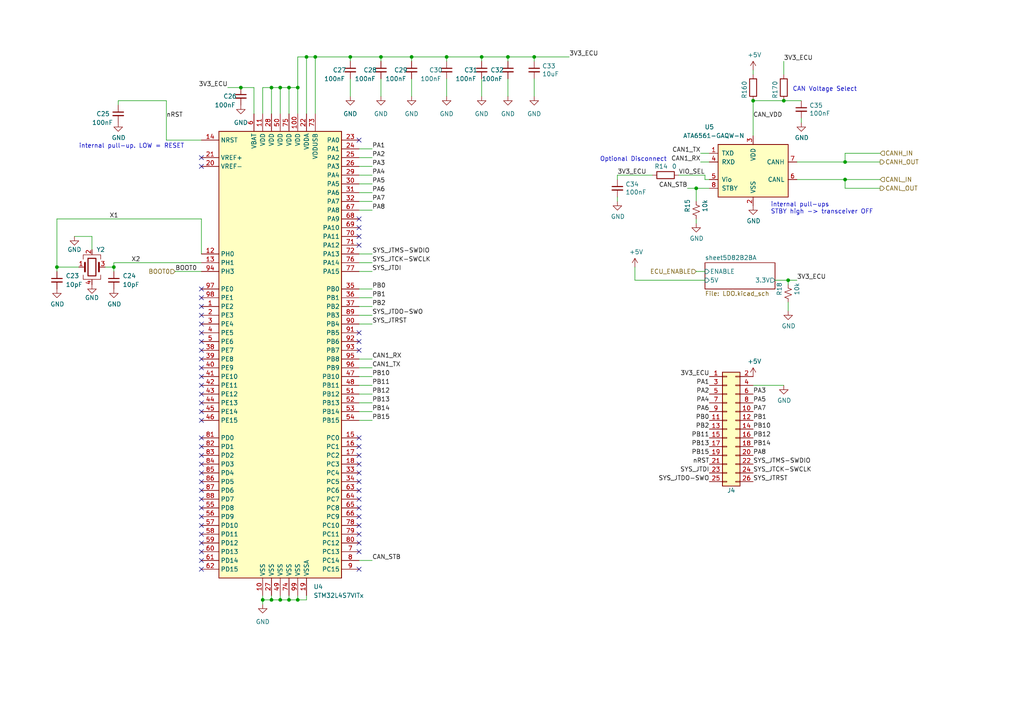
<source format=kicad_sch>
(kicad_sch (version 20211123) (generator eeschema)
  (paper "A4")
  (title_block (title "RAMN: Resistant Automotive Miniature Network V1.0") (date "2022-09-30") (rev "100Pin Variant") (company "Copyright (c) 2021 TOYOTA MOTOR CORPORATION. ALL RIGHTS RESERVED.") (comment 3 "License: CC BY-SA 4.0") (comment 4 "https://github.com/toyotainfotech/ramn"))
  (lib_symbols
    (symbol "Connector_Generic:Conn_02x13_Odd_Even" (pin_names (offset 1.016) hide)
      (property "Reference" "J" (at 1.27 17.78 0))
      (property "Value" "Conn_02x13_Odd_Even" (at 1.27 -17.78 0))
      (symbol "Conn_02x13_Odd_Even_1_1"
        (rectangle (start -1.27 -15.113) (end 0 -15.367) (stroke (width 0.1524)))
        (rectangle (start -1.27 -12.573) (end 0 -12.827) (stroke (width 0.1524)))
        (rectangle (start -1.27 -10.033) (end 0 -10.287) (stroke (width 0.1524)))
        (rectangle (start -1.27 -7.493) (end 0 -7.747) (stroke (width 0.1524)))
        (rectangle (start -1.27 -4.953) (end 0 -5.207) (stroke (width 0.1524)))
        (rectangle (start -1.27 -2.413) (end 0 -2.667) (stroke (width 0.1524)))
        (rectangle (start -1.27 0.127) (end 0 -0.127) (stroke (width 0.1524)))
        (rectangle (start -1.27 2.667) (end 0 2.413) (stroke (width 0.1524)))
        (rectangle (start -1.27 5.207) (end 0 4.953) (stroke (width 0.1524)))
        (rectangle (start -1.27 7.747) (end 0 7.493) (stroke (width 0.1524)))
        (rectangle (start -1.27 10.287) (end 0 10.033) (stroke (width 0.1524)))
        (rectangle (start -1.27 12.827) (end 0 12.573) (stroke (width 0.1524)))
        (rectangle (start -1.27 15.367) (end 0 15.113) (stroke (width 0.1524)))
        (rectangle (start -1.27 16.51) (end 3.81 -16.51) (stroke (width 0.254)) (fill (type background)))
        (rectangle (start 3.81 -15.113) (end 2.54 -15.367) (stroke (width 0.1524)))
        (rectangle (start 3.81 -12.573) (end 2.54 -12.827) (stroke (width 0.1524)))
        (rectangle (start 3.81 -10.033) (end 2.54 -10.287) (stroke (width 0.1524)))
        (rectangle (start 3.81 -7.493) (end 2.54 -7.747) (stroke (width 0.1524)))
        (rectangle (start 3.81 -4.953) (end 2.54 -5.207) (stroke (width 0.1524)))
        (rectangle (start 3.81 -2.413) (end 2.54 -2.667) (stroke (width 0.1524)))
        (rectangle (start 3.81 0.127) (end 2.54 -0.127) (stroke (width 0.1524)))
        (rectangle (start 3.81 2.667) (end 2.54 2.413) (stroke (width 0.1524)))
        (rectangle (start 3.81 5.207) (end 2.54 4.953) (stroke (width 0.1524)))
        (rectangle (start 3.81 7.747) (end 2.54 7.493) (stroke (width 0.1524)))
        (rectangle (start 3.81 10.287) (end 2.54 10.033) (stroke (width 0.1524)))
        (rectangle (start 3.81 12.827) (end 2.54 12.573) (stroke (width 0.1524)))
        (rectangle (start 3.81 15.367) (end 2.54 15.113) (stroke (width 0.1524)))
        (pin passive line (at -5.08 15.24 0) (length 3.81) (name "Pin_1") (number "1"))
        (pin passive line (at 7.62 5.08 180) (length 3.81) (name "Pin_10") (number "10"))
        (pin passive line (at -5.08 2.54 0) (length 3.81) (name "Pin_11") (number "11"))
        (pin passive line (at 7.62 2.54 180) (length 3.81) (name "Pin_12") (number "12"))
        (pin passive line (at -5.08 0 0) (length 3.81) (name "Pin_13") (number "13"))
        (pin passive line (at 7.62 0 180) (length 3.81) (name "Pin_14") (number "14"))
        (pin passive line (at -5.08 -2.54 0) (length 3.81) (name "Pin_15") (number "15"))
        (pin passive line (at 7.62 -2.54 180) (length 3.81) (name "Pin_16") (number "16"))
        (pin passive line (at -5.08 -5.08 0) (length 3.81) (name "Pin_17") (number "17"))
        (pin passive line (at 7.62 -5.08 180) (length 3.81) (name "Pin_18") (number "18"))
        (pin passive line (at -5.08 -7.62 0) (length 3.81) (name "Pin_19") (number "19"))
        (pin passive line (at 7.62 15.24 180) (length 3.81) (name "Pin_2") (number "2"))
        (pin passive line (at 7.62 -7.62 180) (length 3.81) (name "Pin_20") (number "20"))
        (pin passive line (at -5.08 -10.16 0) (length 3.81) (name "Pin_21") (number "21"))
        (pin passive line (at 7.62 -10.16 180) (length 3.81) (name "Pin_22") (number "22"))
        (pin passive line (at -5.08 -12.7 0) (length 3.81) (name "Pin_23") (number "23"))
        (pin passive line (at 7.62 -12.7 180) (length 3.81) (name "Pin_24") (number "24"))
        (pin passive line (at -5.08 -15.24 0) (length 3.81) (name "Pin_25") (number "25"))
        (pin passive line (at 7.62 -15.24 180) (length 3.81) (name "Pin_26") (number "26"))
        (pin passive line (at -5.08 12.7 0) (length 3.81) (name "Pin_3") (number "3"))
        (pin passive line (at 7.62 12.7 180) (length 3.81) (name "Pin_4") (number "4"))
        (pin passive line (at -5.08 10.16 0) (length 3.81) (name "Pin_5") (number "5"))
        (pin passive line (at 7.62 10.16 180) (length 3.81) (name "Pin_6") (number "6"))
        (pin passive line (at -5.08 7.62 0) (length 3.81) (name "Pin_7") (number "7"))
        (pin passive line (at 7.62 7.62 180) (length 3.81) (name "Pin_8") (number "8"))
        (pin passive line (at -5.08 5.08 0) (length 3.81) (name "Pin_9") (number "9"))
      )
    )
    (symbol "Device:C_Small" (pin_numbers hide) (pin_names (offset 0.254) hide)
      (property "Reference" "C" (at 0.254 1.778 0))
      (property "Value" "C_Small" (at 0.254 -2.032 0))
      (symbol "C_Small_0_1"
        (polyline (pts (xy -1.524 -0.508) (xy 1.524 -0.508)) (stroke (width 0.3302)))
        (polyline (pts (xy -1.524 0.508) (xy 1.524 0.508)) (stroke (width 0.3048)))
      )
      (symbol "C_Small_1_1"
        (pin passive line (at 0 2.54 270) (length 2.032) (name "~") (number "1"))
        (pin passive line (at 0 -2.54 90) (length 2.032) (name "~") (number "2"))
      )
    )
    (symbol "Device:Crystal_GND24" (pin_names (offset 1.016) hide)
      (property "Reference" "Y" (at 3.175 5.08 0))
      (property "Value" "Crystal_GND24" (at 3.175 3.175 0))
      (symbol "Crystal_GND24_0_1"
        (rectangle (start -1.143 2.54) (end 1.143 -2.54) (stroke (width 0.3048)))
        (polyline (pts (xy -2.54 0) (xy -2.032 0)))
        (polyline (pts (xy -2.032 -1.27) (xy -2.032 1.27)) (stroke (width 0.508)))
        (polyline (pts (xy 0 -3.81) (xy 0 -3.556)))
        (polyline (pts (xy 0 3.556) (xy 0 3.81)))
        (polyline (pts (xy 2.032 -1.27) (xy 2.032 1.27)) (stroke (width 0.508)))
        (polyline (pts (xy 2.032 0) (xy 2.54 0)))
        (polyline (pts (xy -2.54 -2.286) (xy -2.54 -3.556) (xy 2.54 -3.556) (xy 2.54 -2.286)))
        (polyline (pts (xy -2.54 2.286) (xy -2.54 3.556) (xy 2.54 3.556) (xy 2.54 2.286)))
      )
      (symbol "Crystal_GND24_1_1"
        (pin passive line (at -3.81 0 0) (length 1.27) (name "1") (number "1"))
        (pin passive line (at 0 5.08 270) (length 1.27) (name "2") (number "2"))
        (pin passive line (at 3.81 0 180) (length 1.27) (name "3") (number "3"))
        (pin passive line (at 0 -5.08 90) (length 1.27) (name "4") (number "4"))
      )
    )
    (symbol "Device:R" (pin_numbers hide) (pin_names (offset 0))
      (property "Reference" "R" (at 2.032 0 90))
      (property "Value" "R" (at 0 0 90))
      (symbol "R_0_1"
        (rectangle (start -1.016 -2.54) (end 1.016 2.54) (stroke (width 0.254)))
      )
      (symbol "R_1_1"
        (pin passive line (at 0 3.81 270) (length 1.27) (name "~") (number "1"))
        (pin passive line (at 0 -3.81 90) (length 1.27) (name "~") (number "2"))
      )
    )
    (symbol "Device:R_Small_US" (pin_numbers hide) (pin_names (offset 0.254) hide)
      (property "Reference" "R" (at 0.762 0.508 0))
      (property "Value" "R_Small_US" (at 0.762 -1.016 0))
      (symbol "R_Small_US_1_1"
        (polyline (pts (xy 0 0) (xy 1.016 -0.381) (xy 0 -0.762) (xy -1.016 -1.143) (xy 0 -1.524)))
        (polyline (pts (xy 0 1.524) (xy 1.016 1.143) (xy 0 0.762) (xy -1.016 0.381) (xy 0 0)))
        (pin passive line (at 0 2.54 270) (length 1.016) (name "~") (number "1"))
        (pin passive line (at 0 -2.54 90) (length 1.016) (name "~") (number "2"))
      )
    )
    (symbol "Interface_CAN_LIN:MCP2562-E-SN" (pin_names (offset 1.016))
      (property "Reference" "U" (at -10.16 8.89 0))
      (property "Value" "MCP2562-E-SN" (at 2.54 8.89 0))
      (symbol "MCP2562-E-SN_0_1"
        (rectangle (start -10.16 7.62) (end 10.16 -7.62) (stroke (width 0.254)) (fill (type background)))
      )
      (symbol "MCP2562-E-SN_1_1"
        (pin input line (at -12.7 5.08 0) (length 2.54) (name "TXD") (number "1"))
        (pin power_in line (at 0 -10.16 90) (length 2.54) (name "VSS") (number "2"))
        (pin power_in line (at 0 10.16 270) (length 2.54) (name "VDD") (number "3"))
        (pin output line (at -12.7 2.54 0) (length 2.54) (name "RXD") (number "4"))
        (pin power_in line (at -12.7 -2.54 0) (length 2.54) (name "Vio") (number "5"))
        (pin bidirectional line (at 12.7 -2.54 180) (length 2.54) (name "CANL") (number "6"))
        (pin bidirectional line (at 12.7 2.54 180) (length 2.54) (name "CANH") (number "7"))
        (pin input line (at -12.7 -5.08 0) (length 2.54) (name "STBY") (number "8"))
      )
    )
    (symbol "MCU_ST_STM32L4+:STM32L4S7VITx"
      (property "Reference" "U" (at -17.78 64.77 0))
      (property "Value" "STM32L4S7VITx" (at 12.7 64.77 0))
      (symbol "STM32L4S7VITx_0_1"
        (rectangle (start -17.78 -66.04) (end 17.78 63.5) (stroke (width 0.254)) (fill (type background)))
      )
      (symbol "STM32L4S7VITx_1_1"
        (pin bidirectional line (at -22.86 12.7 0) (length 5.08) (name "PE2") (number "1"))
        (pin power_in line (at -5.08 -71.12 90) (length 5.08) (name "VSS") (number "10"))
        (pin power_in line (at 5.08 68.58 270) (length 5.08) (name "VDD") (number "100"))
        (pin power_in line (at -5.08 68.58 270) (length 5.08) (name "VDD") (number "11"))
        (pin input line (at -22.86 27.94 0) (length 5.08) (name "PH0") (number "12"))
        (pin input line (at -22.86 25.4 0) (length 5.08) (name "PH1") (number "13"))
        (pin input line (at -22.86 60.96 0) (length 5.08) (name "NRST") (number "14"))
        (pin bidirectional line (at 22.86 -25.4 180) (length 5.08) (name "PC0") (number "15"))
        (pin bidirectional line (at 22.86 -27.94 180) (length 5.08) (name "PC1") (number "16"))
        (pin bidirectional line (at 22.86 -30.48 180) (length 5.08) (name "PC2") (number "17"))
        (pin bidirectional line (at 22.86 -33.02 180) (length 5.08) (name "PC3") (number "18"))
        (pin power_in line (at 7.62 -71.12 90) (length 5.08) (name "VSSA") (number "19"))
        (pin bidirectional line (at -22.86 10.16 0) (length 5.08) (name "PE3") (number "2"))
        (pin power_in line (at -22.86 53.34 0) (length 5.08) (name "VREF-") (number "20"))
        (pin bidirectional line (at -22.86 55.88 0) (length 5.08) (name "VREF+") (number "21"))
        (pin power_in line (at 7.62 68.58 270) (length 5.08) (name "VDDA") (number "22"))
        (pin bidirectional line (at 22.86 60.96 180) (length 5.08) (name "PA0") (number "23"))
        (pin bidirectional line (at 22.86 58.42 180) (length 5.08) (name "PA1") (number "24"))
        (pin bidirectional line (at 22.86 55.88 180) (length 5.08) (name "PA2") (number "25"))
        (pin bidirectional line (at 22.86 53.34 180) (length 5.08) (name "PA3") (number "26"))
        (pin power_in line (at -2.54 -71.12 90) (length 5.08) (name "VSS") (number "27"))
        (pin power_in line (at -2.54 68.58 270) (length 5.08) (name "VDD") (number "28"))
        (pin bidirectional line (at 22.86 50.8 180) (length 5.08) (name "PA4") (number "29"))
        (pin bidirectional line (at -22.86 7.62 0) (length 5.08) (name "PE4") (number "3"))
        (pin bidirectional line (at 22.86 48.26 180) (length 5.08) (name "PA5") (number "30"))
        (pin bidirectional line (at 22.86 45.72 180) (length 5.08) (name "PA6") (number "31"))
        (pin bidirectional line (at 22.86 43.18 180) (length 5.08) (name "PA7") (number "32"))
        (pin bidirectional line (at 22.86 -35.56 180) (length 5.08) (name "PC4") (number "33"))
        (pin bidirectional line (at 22.86 -38.1 180) (length 5.08) (name "PC5") (number "34"))
        (pin bidirectional line (at 22.86 17.78 180) (length 5.08) (name "PB0") (number "35"))
        (pin bidirectional line (at 22.86 15.24 180) (length 5.08) (name "PB1") (number "36"))
        (pin bidirectional line (at 22.86 12.7 180) (length 5.08) (name "PB2") (number "37"))
        (pin bidirectional line (at -22.86 0 0) (length 5.08) (name "PE7") (number "38"))
        (pin bidirectional line (at -22.86 -2.54 0) (length 5.08) (name "PE8") (number "39"))
        (pin bidirectional line (at -22.86 5.08 0) (length 5.08) (name "PE5") (number "4"))
        (pin bidirectional line (at -22.86 -5.08 0) (length 5.08) (name "PE9") (number "40"))
        (pin bidirectional line (at -22.86 -7.62 0) (length 5.08) (name "PE10") (number "41"))
        (pin bidirectional line (at -22.86 -10.16 0) (length 5.08) (name "PE11") (number "42"))
        (pin bidirectional line (at -22.86 -12.7 0) (length 5.08) (name "PE12") (number "43"))
        (pin bidirectional line (at -22.86 -15.24 0) (length 5.08) (name "PE13") (number "44"))
        (pin bidirectional line (at -22.86 -17.78 0) (length 5.08) (name "PE14") (number "45"))
        (pin bidirectional line (at -22.86 -20.32 0) (length 5.08) (name "PE15") (number "46"))
        (pin bidirectional line (at 22.86 -7.62 180) (length 5.08) (name "PB10") (number "47"))
        (pin bidirectional line (at 22.86 -10.16 180) (length 5.08) (name "PB11") (number "48"))
        (pin power_in line (at 0 -71.12 90) (length 5.08) (name "VSS") (number "49"))
        (pin bidirectional line (at -22.86 2.54 0) (length 5.08) (name "PE6") (number "5"))
        (pin power_in line (at 0 68.58 270) (length 5.08) (name "VDD") (number "50"))
        (pin bidirectional line (at 22.86 -12.7 180) (length 5.08) (name "PB12") (number "51"))
        (pin bidirectional line (at 22.86 -15.24 180) (length 5.08) (name "PB13") (number "52"))
        (pin bidirectional line (at 22.86 -17.78 180) (length 5.08) (name "PB14") (number "53"))
        (pin bidirectional line (at 22.86 -20.32 180) (length 5.08) (name "PB15") (number "54"))
        (pin bidirectional line (at -22.86 -45.72 0) (length 5.08) (name "PD8") (number "55"))
        (pin bidirectional line (at -22.86 -48.26 0) (length 5.08) (name "PD9") (number "56"))
        (pin bidirectional line (at -22.86 -50.8 0) (length 5.08) (name "PD10") (number "57"))
        (pin bidirectional line (at -22.86 -53.34 0) (length 5.08) (name "PD11") (number "58"))
        (pin bidirectional line (at -22.86 -55.88 0) (length 5.08) (name "PD12") (number "59"))
        (pin power_in line (at -7.62 68.58 270) (length 5.08) (name "VBAT") (number "6"))
        (pin bidirectional line (at -22.86 -58.42 0) (length 5.08) (name "PD13") (number "60"))
        (pin bidirectional line (at -22.86 -60.96 0) (length 5.08) (name "PD14") (number "61"))
        (pin bidirectional line (at -22.86 -63.5 0) (length 5.08) (name "PD15") (number "62"))
        (pin bidirectional line (at 22.86 -40.64 180) (length 5.08) (name "PC6") (number "63"))
        (pin bidirectional line (at 22.86 -43.18 180) (length 5.08) (name "PC7") (number "64"))
        (pin bidirectional line (at 22.86 -45.72 180) (length 5.08) (name "PC8") (number "65"))
        (pin bidirectional line (at 22.86 -48.26 180) (length 5.08) (name "PC9") (number "66"))
        (pin bidirectional line (at 22.86 40.64 180) (length 5.08) (name "PA8") (number "67"))
        (pin bidirectional line (at 22.86 38.1 180) (length 5.08) (name "PA9") (number "68"))
        (pin bidirectional line (at 22.86 35.56 180) (length 5.08) (name "PA10") (number "69"))
        (pin bidirectional line (at 22.86 -58.42 180) (length 5.08) (name "PC13") (number "7"))
        (pin bidirectional line (at 22.86 33.02 180) (length 5.08) (name "PA11") (number "70"))
        (pin bidirectional line (at 22.86 30.48 180) (length 5.08) (name "PA12") (number "71"))
        (pin bidirectional line (at 22.86 27.94 180) (length 5.08) (name "PA13") (number "72"))
        (pin power_in line (at 10.16 68.58 270) (length 5.08) (name "VDDUSB") (number "73"))
        (pin power_in line (at 2.54 -71.12 90) (length 5.08) (name "VSS") (number "74"))
        (pin power_in line (at 2.54 68.58 270) (length 5.08) (name "VDD") (number "75"))
        (pin bidirectional line (at 22.86 25.4 180) (length 5.08) (name "PA14") (number "76"))
        (pin bidirectional line (at 22.86 22.86 180) (length 5.08) (name "PA15") (number "77"))
        (pin bidirectional line (at 22.86 -50.8 180) (length 5.08) (name "PC10") (number "78"))
        (pin bidirectional line (at 22.86 -53.34 180) (length 5.08) (name "PC11") (number "79"))
        (pin bidirectional line (at 22.86 -60.96 180) (length 5.08) (name "PC14") (number "8"))
        (pin bidirectional line (at 22.86 -55.88 180) (length 5.08) (name "PC12") (number "80"))
        (pin bidirectional line (at -22.86 -25.4 0) (length 5.08) (name "PD0") (number "81"))
        (pin bidirectional line (at -22.86 -27.94 0) (length 5.08) (name "PD1") (number "82"))
        (pin bidirectional line (at -22.86 -30.48 0) (length 5.08) (name "PD2") (number "83"))
        (pin bidirectional line (at -22.86 -33.02 0) (length 5.08) (name "PD3") (number "84"))
        (pin bidirectional line (at -22.86 -35.56 0) (length 5.08) (name "PD4") (number "85"))
        (pin bidirectional line (at -22.86 -38.1 0) (length 5.08) (name "PD5") (number "86"))
        (pin bidirectional line (at -22.86 -40.64 0) (length 5.08) (name "PD6") (number "87"))
        (pin bidirectional line (at -22.86 -43.18 0) (length 5.08) (name "PD7") (number "88"))
        (pin bidirectional line (at 22.86 10.16 180) (length 5.08) (name "PB3") (number "89"))
        (pin bidirectional line (at 22.86 -63.5 180) (length 5.08) (name "PC15") (number "9"))
        (pin bidirectional line (at 22.86 7.62 180) (length 5.08) (name "PB4") (number "90"))
        (pin bidirectional line (at 22.86 5.08 180) (length 5.08) (name "PB5") (number "91"))
        (pin bidirectional line (at 22.86 2.54 180) (length 5.08) (name "PB6") (number "92"))
        (pin bidirectional line (at 22.86 0 180) (length 5.08) (name "PB7") (number "93"))
        (pin bidirectional line (at -22.86 22.86 0) (length 5.08) (name "PH3") (number "94"))
        (pin bidirectional line (at 22.86 -2.54 180) (length 5.08) (name "PB8") (number "95"))
        (pin bidirectional line (at 22.86 -5.08 180) (length 5.08) (name "PB9") (number "96"))
        (pin bidirectional line (at -22.86 17.78 0) (length 5.08) (name "PE0") (number "97"))
        (pin bidirectional line (at -22.86 15.24 0) (length 5.08) (name "PE1") (number "98"))
        (pin power_in line (at 5.08 -71.12 90) (length 5.08) (name "VSS") (number "99"))
      )
    )
    (symbol "power:+5V" (power) (pin_names (offset 0))
      (property "Value" "+5V" (at 0 3.556 0))
      (symbol "+5V_0_1"
        (polyline (pts (xy -0.762 1.27) (xy 0 2.54)))
        (polyline (pts (xy 0 0) (xy 0 2.54)))
        (polyline (pts (xy 0 2.54) (xy 0.762 1.27)))
      )
      (symbol "+5V_1_1"
        (pin power_in line (at 0 0 90) (length 0) hide (name "+5V") (number "1"))
      )
    )
    (symbol "power:GND" (power) (pin_names (offset 0))
      (property "Value" "GND" (at 0 -3.81 0))
      (symbol "GND_0_1"
        (polyline (pts (xy 0 0) (xy 0 -1.27) (xy 1.27 -1.27) (xy 0 -2.54) (xy -1.27 -1.27) (xy 0 -1.27)))
      )
      (symbol "GND_1_1"
        (pin power_in line (at 0 0 270) (length 0) hide (name "GND") (number "1"))
      )
    )
  )
  (junction (at 86.36 173.99))
  (junction (at 81.28 25.4))
  (junction (at 78.74 25.4))
  (junction (at 81.28 173.99))
  (junction (at 147.32 16.51))
  (junction (at 201.93 54.61))
  (junction (at 139.7 16.51))
  (junction (at 33.02 77.47))
  (junction (at 91.44 16.51))
  (junction (at 83.82 25.4))
  (junction (at 83.82 173.99))
  (junction (at 154.94 16.51))
  (junction (at 218.44 29.21))
  (junction (at 86.36 25.4))
  (junction (at 119.38 16.51))
  (junction (at 227.33 29.21))
  (junction (at 245.11 52.07))
  (junction (at 129.54 16.51))
  (junction (at 110.49 16.51))
  (junction (at 76.2 173.99))
  (junction (at 228.6 81.28))
  (junction (at 16.51 77.47))
  (junction (at 245.11 46.99))
  (junction (at 101.6 16.51))
  (junction (at 78.74 173.99))
  (junction (at 88.9 16.51))
  (junction (at 69.85 25.4))
  (no_connect (at 58.42 147.32))
  (no_connect (at 58.42 93.98))
  (no_connect (at 58.42 162.56))
  (no_connect (at 58.42 88.9))
  (no_connect (at 104.14 149.86))
  (no_connect (at 58.42 104.14))
  (no_connect (at 104.14 139.7))
  (no_connect (at 58.42 111.76))
  (no_connect (at 58.42 129.54))
  (no_connect (at 58.42 154.94))
  (no_connect (at 58.42 137.16))
  (no_connect (at 104.14 160.02))
  (no_connect (at 104.14 132.08))
  (no_connect (at 104.14 147.32))
  (no_connect (at 58.42 142.24))
  (no_connect (at 104.14 134.62))
  (no_connect (at 104.14 68.58))
  (no_connect (at 104.14 157.48))
  (no_connect (at 58.42 101.6))
  (no_connect (at 58.42 160.02))
  (no_connect (at 58.42 132.08))
  (no_connect (at 104.14 137.16))
  (no_connect (at 58.42 165.1))
  (no_connect (at 104.14 142.24))
  (no_connect (at 104.14 144.78))
  (no_connect (at 58.42 45.72))
  (no_connect (at 58.42 96.52))
  (no_connect (at 58.42 149.86))
  (no_connect (at 58.42 86.36))
  (no_connect (at 104.14 127))
  (no_connect (at 58.42 109.22))
  (no_connect (at 58.42 121.92))
  (no_connect (at 58.42 99.06))
  (no_connect (at 58.42 106.68))
  (no_connect (at 58.42 134.62))
  (no_connect (at 58.42 139.7))
  (no_connect (at 58.42 119.38))
  (no_connect (at 104.14 71.12))
  (no_connect (at 58.42 157.48))
  (no_connect (at 104.14 152.4))
  (no_connect (at 104.14 66.04))
  (no_connect (at 104.14 63.5))
  (no_connect (at 104.14 99.06))
  (no_connect (at 58.42 91.44))
  (no_connect (at 58.42 116.84))
  (no_connect (at 58.42 48.26))
  (no_connect (at 58.42 144.78))
  (no_connect (at 58.42 152.4))
  (no_connect (at 58.42 114.3))
  (no_connect (at 104.14 96.52))
  (no_connect (at 104.14 101.6))
  (no_connect (at 104.14 129.54))
  (no_connect (at 58.42 83.82))
  (no_connect (at 104.14 154.94))
  (no_connect (at 104.14 40.64))
  (no_connect (at 58.42 127))
  (no_connect (at 104.14 165.1))
  (wire (pts (xy 201.93 63.5) (xy 201.93 64.77)))
  (wire (pts (xy 245.11 54.61) (xy 245.11 52.07)))
  (wire (pts (xy 34.29 30.48) (xy 34.29 29.21)))
  (wire (pts (xy 104.14 121.92) (xy 107.95 121.92)))
  (wire (pts (xy 147.32 16.51) (xy 139.7 16.51)))
  (wire (pts (xy 83.82 33.02) (xy 83.82 25.4)))
  (wire (pts (xy 104.14 43.18) (xy 107.95 43.18)))
  (wire (pts (xy 228.6 82.55) (xy 228.6 81.28)))
  (wire (pts (xy 231.14 46.99) (xy 245.11 46.99)))
  (wire (pts (xy 218.44 29.21) (xy 218.44 39.37)))
  (wire (pts (xy 30.48 77.47) (xy 33.02 77.47)))
  (wire (pts (xy 101.6 22.86) (xy 101.6 27.94)))
  (wire (pts (xy 104.14 50.8) (xy 107.95 50.8)))
  (wire (pts (xy 76.2 33.02) (xy 76.2 25.4)))
  (wire (pts (xy 33.02 76.2) (xy 33.02 77.47)))
  (wire (pts (xy 86.36 172.72) (xy 86.36 173.99)))
  (wire (pts (xy 232.41 34.29) (xy 232.41 35.56)))
  (wire (pts (xy 119.38 16.51) (xy 129.54 16.51)))
  (wire (pts (xy 83.82 172.72) (xy 83.82 173.99)))
  (wire (pts (xy 184.15 77.47) (xy 184.15 81.28)))
  (wire (pts (xy 245.11 46.99) (xy 255.27 46.99)))
  (wire (pts (xy 154.94 22.86) (xy 154.94 27.94)))
  (wire (pts (xy 104.14 91.44) (xy 107.95 91.44)))
  (wire (pts (xy 81.28 33.02) (xy 81.28 25.4)))
  (wire (pts (xy 66.04 25.4) (xy 69.85 25.4)))
  (wire (pts (xy 69.85 25.4) (xy 73.66 25.4)))
  (wire (pts (xy 83.82 173.99) (xy 81.28 173.99)))
  (wire (pts (xy 16.51 63.5) (xy 16.51 77.47)))
  (wire (pts (xy 227.33 29.21) (xy 232.41 29.21)))
  (wire (pts (xy 231.14 52.07) (xy 245.11 52.07)))
  (wire (pts (xy 81.28 173.99) (xy 78.74 173.99)))
  (wire (pts (xy 154.94 16.51) (xy 147.32 16.51)))
  (wire (pts (xy 154.94 17.78) (xy 154.94 16.51)))
  (wire (pts (xy 48.26 40.64) (xy 58.42 40.64)))
  (wire (pts (xy 104.14 53.34) (xy 107.95 53.34)))
  (wire (pts (xy 110.49 17.78) (xy 110.49 16.51)))
  (wire (pts (xy 154.94 16.51) (xy 165.1 16.51)))
  (wire (pts (xy 88.9 172.72) (xy 88.9 173.99)))
  (wire (pts (xy 16.51 63.5) (xy 58.42 63.5)))
  (wire (pts (xy 147.32 16.51) (xy 147.32 17.78)))
  (wire (pts (xy 245.11 54.61) (xy 255.27 54.61)))
  (wire (pts (xy 104.14 162.56) (xy 107.95 162.56)))
  (wire (pts (xy 179.07 57.15) (xy 179.07 58.42)))
  (wire (pts (xy 104.14 45.72) (xy 107.95 45.72)))
  (wire (pts (xy 203.2 46.99) (xy 205.74 46.99)))
  (wire (pts (xy 88.9 173.99) (xy 86.36 173.99)))
  (wire (pts (xy 218.44 111.76) (xy 227.33 111.76)))
  (wire (pts (xy 205.74 52.07) (xy 204.47 52.07)))
  (wire (pts (xy 119.38 17.78) (xy 119.38 16.51)))
  (wire (pts (xy 78.74 25.4) (xy 81.28 25.4)))
  (wire (pts (xy 228.6 87.63) (xy 228.6 90.17)))
  (wire (pts (xy 184.15 81.28) (xy 204.47 81.28)))
  (wire (pts (xy 104.14 109.22) (xy 107.95 109.22)))
  (wire (pts (xy 139.7 16.51) (xy 129.54 16.51)))
  (wire (pts (xy 86.36 173.99) (xy 83.82 173.99)))
  (wire (pts (xy 101.6 16.51) (xy 91.44 16.51)))
  (wire (pts (xy 129.54 22.86) (xy 129.54 27.94)))
  (wire (pts (xy 245.11 44.45) (xy 255.27 44.45)))
  (wire (pts (xy 179.07 50.8) (xy 189.23 50.8)))
  (wire (pts (xy 16.51 77.47) (xy 16.51 78.74)))
  (wire (pts (xy 101.6 16.51) (xy 110.49 16.51)))
  (wire (pts (xy 119.38 22.86) (xy 119.38 27.94)))
  (wire (pts (xy 218.44 29.21) (xy 227.33 29.21)))
  (wire (pts (xy 21.59 68.58) (xy 26.67 68.58)))
  (wire (pts (xy 33.02 76.2) (xy 58.42 76.2)))
  (wire (pts (xy 201.93 54.61) (xy 201.93 58.42)))
  (wire (pts (xy 101.6 17.78) (xy 101.6 16.51)))
  (wire (pts (xy 104.14 58.42) (xy 107.95 58.42)))
  (wire (pts (xy 201.93 54.61) (xy 199.39 54.61)))
  (wire (pts (xy 104.14 76.2) (xy 107.95 76.2)))
  (wire (pts (xy 83.82 25.4) (xy 86.36 25.4)))
  (wire (pts (xy 104.14 106.68) (xy 107.95 106.68)))
  (wire (pts (xy 104.14 73.66) (xy 107.95 73.66)))
  (wire (pts (xy 50.8 78.74) (xy 58.42 78.74)))
  (wire (pts (xy 78.74 173.99) (xy 76.2 173.99)))
  (wire (pts (xy 218.44 20.32) (xy 218.44 21.59)))
  (wire (pts (xy 34.29 29.21) (xy 48.26 29.21)))
  (wire (pts (xy 104.14 114.3) (xy 107.95 114.3)))
  (wire (pts (xy 104.14 111.76) (xy 107.95 111.76)))
  (wire (pts (xy 76.2 172.72) (xy 76.2 173.99)))
  (wire (pts (xy 104.14 86.36) (xy 107.95 86.36)))
  (wire (pts (xy 110.49 22.86) (xy 110.49 27.94)))
  (wire (pts (xy 104.14 60.96) (xy 107.95 60.96)))
  (wire (pts (xy 81.28 25.4) (xy 83.82 25.4)))
  (wire (pts (xy 104.14 93.98) (xy 107.95 93.98)))
  (wire (pts (xy 205.74 54.61) (xy 201.93 54.61)))
  (wire (pts (xy 58.42 63.5) (xy 58.42 73.66)))
  (wire (pts (xy 139.7 22.86) (xy 139.7 27.94)))
  (wire (pts (xy 104.14 48.26) (xy 107.95 48.26)))
  (wire (pts (xy 204.47 52.07) (xy 204.47 50.8)))
  (wire (pts (xy 104.14 83.82) (xy 107.95 83.82)))
  (wire (pts (xy 104.14 116.84) (xy 107.95 116.84)))
  (wire (pts (xy 33.02 77.47) (xy 33.02 78.74)))
  (wire (pts (xy 78.74 172.72) (xy 78.74 173.99)))
  (wire (pts (xy 78.74 33.02) (xy 78.74 25.4)))
  (wire (pts (xy 147.32 22.86) (xy 147.32 27.94)))
  (wire (pts (xy 139.7 17.78) (xy 139.7 16.51)))
  (wire (pts (xy 76.2 25.4) (xy 78.74 25.4)))
  (wire (pts (xy 224.79 81.28) (xy 228.6 81.28)))
  (wire (pts (xy 91.44 16.51) (xy 88.9 16.51)))
  (wire (pts (xy 104.14 119.38) (xy 107.95 119.38)))
  (wire (pts (xy 204.47 50.8) (xy 196.85 50.8)))
  (wire (pts (xy 104.14 104.14) (xy 107.95 104.14)))
  (wire (pts (xy 245.11 52.07) (xy 255.27 52.07)))
  (wire (pts (xy 129.54 16.51) (xy 129.54 17.78)))
  (wire (pts (xy 76.2 173.99) (xy 76.2 175.26)))
  (wire (pts (xy 104.14 78.74) (xy 107.95 78.74)))
  (wire (pts (xy 110.49 16.51) (xy 119.38 16.51)))
  (wire (pts (xy 88.9 16.51) (xy 88.9 33.02)))
  (wire (pts (xy 91.44 16.51) (xy 91.44 33.02)))
  (wire (pts (xy 201.93 78.74) (xy 204.47 78.74)))
  (wire (pts (xy 179.07 50.8) (xy 179.07 52.07)))
  (wire (pts (xy 73.66 25.4) (xy 73.66 33.02)))
  (wire (pts (xy 203.2 44.45) (xy 205.74 44.45)))
  (wire (pts (xy 227.33 17.78) (xy 227.33 21.59)))
  (wire (pts (xy 16.51 77.47) (xy 22.86 77.47)))
  (wire (pts (xy 86.36 16.51) (xy 86.36 25.4)))
  (wire (pts (xy 228.6 81.28) (xy 231.14 81.28)))
  (wire (pts (xy 245.11 46.99) (xy 245.11 44.45)))
  (wire (pts (xy 48.26 29.21) (xy 48.26 40.64)))
  (wire (pts (xy 88.9 16.51) (xy 86.36 16.51)))
  (wire (pts (xy 104.14 88.9) (xy 107.95 88.9)))
  (wire (pts (xy 104.14 55.88) (xy 107.95 55.88)))
  (wire (pts (xy 26.67 68.58) (xy 26.67 72.39)))
  (wire (pts (xy 81.28 172.72) (xy 81.28 173.99)))
  (wire (pts (xy 86.36 33.02) (xy 86.36 25.4)))
  (text "internal pull-up. LOW = RESET" (at 22.86 43.18 0) (effects (font (size 1.27 1.27)) (justify left bottom)))
  (text "internal pull-ups\nSTBY high -> transceiver OFF" (at 223.52 62.23 0) (effects (font (size 1.27 1.27)) (justify left bottom)))
  (text "CAN Voltage Select" (at 229.87 26.67 0) (effects (font (size 1.27 1.27)) (justify left bottom)))
  (text "Optional Disconnect" (at 173.99 46.99 0) (effects (font (size 1.27 1.27)) (justify left bottom)))
  (label "PA1" (at 205.74 111.76 180))
  (label "PA6" (at 205.74 119.38 180))
  (label "CAN1_TX" (at 107.95 106.68 0))
  (label "PA8" (at 218.44 132.08 0))
  (label "SYS_JTCK-SWCLK" (at 218.44 137.16 0))
  (label "X2" (at 38.1 76.2 0))
  (label "CAN_STB" (at 199.39 54.61 180))
  (label "PB10" (at 218.44 124.46 0))
  (label "PB2" (at 107.95 88.9 0))
  (label "PA7" (at 218.44 119.38 0))
  (label "PB11" (at 107.95 111.76 0))
  (label "PA6" (at 107.95 55.88 0))
  (label "PA7" (at 107.95 58.42 0))
  (label "PB12" (at 218.44 127 0))
  (label "PB0" (at 107.95 83.82 0))
  (label "CAN1_TX" (at 203.2 44.45 180))
  (label "SYS_JTDO-SWO" (at 107.95 91.44 0))
  (label "PA2" (at 205.74 114.3 180))
  (label "3V3_ECU" (at 165.1 16.51 0))
  (label "SYS_JTRST" (at 218.44 139.7 0))
  (label "3V3_ECU" (at 179.07 50.8 0))
  (label "3V3_ECU" (at 66.04 25.4 180))
  (label "SYS_JTDI" (at 205.74 137.16 180))
  (label "3V3_ECU" (at 231.14 81.28 0))
  (label "PB2" (at 205.74 124.46 180))
  (label "CAN1_RX" (at 107.95 104.14 0))
  (label "SYS_JTDO-SWO" (at 205.74 139.7 180))
  (label "PB10" (at 107.95 109.22 0))
  (label "PA5" (at 218.44 116.84 0))
  (label "PA4" (at 205.74 116.84 180))
  (label "X1" (at 31.75 63.5 0))
  (label "PA3" (at 107.95 48.26 0))
  (label "PB14" (at 218.44 129.54 0))
  (label "VIO_SEL" (at 196.85 50.8 0))
  (label "PA4" (at 107.95 50.8 0))
  (label "PA2" (at 107.95 45.72 0))
  (label "SYS_JTRST" (at 107.95 93.98 0))
  (label "PB14" (at 107.95 119.38 0))
  (label "3V3_ECU" (at 205.74 109.22 180))
  (label "SYS_JTDI" (at 107.95 78.74 0))
  (label "nRST" (at 48.26 34.29 0))
  (label "PA5" (at 107.95 53.34 0))
  (label "SYS_JTMS-SWDIO" (at 218.44 134.62 0))
  (label "CAN_STB" (at 107.95 162.56 0))
  (label "PA1" (at 107.95 43.18 0))
  (label "3V3_ECU" (at 227.33 17.78 0))
  (label "BOOT0" (at 57.15 78.74 180))
  (label "SYS_JTMS-SWDIO" (at 107.95 73.66 0))
  (label "PA8" (at 107.95 60.96 0))
  (label "PB15" (at 107.95 121.92 0))
  (label "PB0" (at 205.74 121.92 180))
  (label "PB15" (at 205.74 132.08 180))
  (label "PB1" (at 218.44 121.92 0))
  (label "nRST" (at 205.74 134.62 180))
  (label "CAN_VDD" (at 218.44 34.29 0))
  (label "PB12" (at 107.95 114.3 0))
  (label "PB13" (at 107.95 116.84 0))
  (label "CAN1_RX" (at 203.2 46.99 180))
  (label "PB11" (at 205.74 127 180))
  (label "PA3" (at 218.44 114.3 0))
  (label "PB13" (at 205.74 129.54 180))
  (label "PB1" (at 107.95 86.36 0))
  (label "SYS_JTCK-SWCLK" (at 107.95 76.2 0))
  (hierarchical_label "BOOT0" (shape input) (at 50.8 78.74 180))
  (hierarchical_label "CANH_IN" (shape input) (at 255.27 44.45 0))
  (hierarchical_label "CANH_OUT" (shape output) (at 255.27 46.99 0))
  (hierarchical_label "CANL_IN" (shape input) (at 255.27 52.07 0))
  (hierarchical_label "CANL_OUT" (shape output) (at 255.27 54.61 0))
  (hierarchical_label "ECU_ENABLE" (shape input) (at 201.93 78.74 180))
  (symbol (lib_id "power:GND") (at 218.44 59.69 0) (unit 1)
    (property "Reference" "#PWR051" (effects hide))
    (property "Value" "GND" (at 218.567 64.0842 0))
  )
  (symbol (lib_id "power:GND") (at 232.41 35.56 0) (unit 1)
    (property "Reference" "#PWR055" (effects hide))
    (property "Value" "GND" (at 232.537 39.9542 0))
  )
  (symbol (lib_id "Device:C_Small") (at 232.41 31.75 0) (unit 1)
    (property "Reference" "C35" (at 234.7468 30.5816 0) (effects (justify left)))
    (property "Value" "100nF" (at 234.7468 32.893 0) (effects (justify left)))
    (property "Footprint" "Capacitor_SMD:C_0603_1608Metric_Pad1.08x0.95mm_HandSolder" (effects hide))
  )
  (symbol (lib_id "power:GND") (at 179.07 58.42 0) (unit 1)
    (property "Reference" "#PWR047" (effects hide))
    (property "Value" "GND" (at 179.197 62.8142 0))
  )
  (symbol (lib_id "Device:C_Small") (at 179.07 54.61 0) (unit 1)
    (property "Reference" "C34" (at 181.4068 53.4416 0) (effects (justify left)))
    (property "Value" "100nF" (at 181.4068 55.753 0) (effects (justify left)))
    (property "Footprint" "Capacitor_SMD:C_0603_1608Metric_Pad1.08x0.95mm_HandSolder" (effects hide))
  )
  (symbol (lib_id "Interface_CAN_LIN:MCP2562-E-SN") (at 218.44 49.53 0) (unit 1)
    (property "Reference" "U5" (at 205.74 36.83 0))
    (property "Value" "ATA6561-GAQW-N" (at 207.01 39.37 0))
    (property "Footprint" "Package_SO:SOIC-8_3.9x4.9mm_P1.27mm" (effects hide))
  )
  (symbol (lib_id "power:GND") (at 16.51 83.82 0) (unit 1)
    (property "Reference" "#PWR033" (effects hide))
    (property "Value" "GND" (at 16.637 88.2142 0))
  )
  (symbol (lib_id "power:GND") (at 33.02 83.82 0) (unit 1)
    (property "Reference" "#PWR036" (effects hide))
    (property "Value" "GND" (at 33.147 88.2142 0))
  )
  (symbol (lib_id "Device:C_Small") (at 33.02 81.28 0) (unit 1)
    (property "Reference" "C24" (at 35.56 80.01 0) (effects (justify left)))
    (property "Value" "10pF" (at 35.56 82.55 0) (effects (justify left)))
    (property "Footprint" "Capacitor_SMD:C_0603_1608Metric_Pad1.08x0.95mm_HandSolder" (effects hide))
  )
  (symbol (lib_id "Device:C_Small") (at 16.51 81.28 0) (unit 1)
    (property "Reference" "C23" (at 19.05 80.01 0) (effects (justify left)))
    (property "Value" "10pF" (at 19.05 82.55 0) (effects (justify left)))
    (property "Footprint" "Capacitor_SMD:C_0603_1608Metric_Pad1.08x0.95mm_HandSolder" (effects hide))
  )
  (symbol (lib_id "power:GND") (at 34.29 35.56 0) (unit 1)
    (property "Reference" "#PWR037" (effects hide))
    (property "Value" "GND" (at 34.417 39.9542 0))
  )
  (symbol (lib_id "Device:C_Small") (at 34.29 33.02 0) (unit 1)
    (property "Reference" "C25" (at 27.94 33.02 0) (effects (justify left)))
    (property "Value" "100nF" (at 26.67 35.56 0) (effects (justify left)))
    (property "Footprint" "Capacitor_SMD:C_0603_1608Metric_Pad1.08x0.95mm_HandSolder" (effects hide))
  )
  (symbol (lib_id "power:+5V") (at 184.15 77.47 0) (unit 1)
    (property "Reference" "#PWR048" (effects hide))
    (property "Value" "+5V" (at 184.531 73.0758 0))
  )
  (symbol (lib_id "Device:R_Small_US") (at 201.93 60.96 0) (unit 1)
    (property "Reference" "R15" (at 199.39 59.69 90))
    (property "Value" "10k" (at 204.47 59.69 90))
    (property "Footprint" "Resistor_SMD:R_0603_1608Metric_Pad0.98x0.95mm_HandSolder" (effects hide))
  )
  (symbol (lib_id "power:GND") (at 201.93 64.77 0) (unit 1)
    (property "Reference" "#PWR049" (effects hide))
    (property "Value" "GND" (at 202.057 69.1642 0))
  )
  (symbol (lib_id "power:GND") (at 227.33 111.76 0) (unit 1)
    (property "Reference" "#PWR053" (effects hide))
    (property "Value" "GND" (at 227.457 116.1542 0))
  )
  (symbol (lib_id "power:+5V") (at 218.44 109.22 0) (unit 1)
    (property "Reference" "#PWR052" (effects hide))
    (property "Value" "+5V" (at 218.821 104.8258 0))
  )
  (symbol (lib_id "Connector_Generic:Conn_02x13_Odd_Even") (at 210.82 124.46 0) (unit 1)
    (property "Reference" "J4" (at 212.09 142.24 0))
    (property "Value" " " (at 212.09 106.0196 0))
    (property "Footprint" "Connector_PinSocket_2.54mm:PinSocket_2x13_P2.54mm_Vertical" (effects hide))
  )
  (symbol (lib_id "Device:R_Small_US") (at 228.6 85.09 0) (unit 1)
    (property "Reference" "R18" (at 226.06 83.82 90))
    (property "Value" "10k" (at 231.14 83.82 90))
    (property "Footprint" "Resistor_SMD:R_0603_1608Metric_Pad0.98x0.95mm_HandSolder" (effects hide))
  )
  (symbol (lib_id "power:GND") (at 228.6 90.17 0) (unit 1)
    (property "Reference" "#PWR054" (effects hide))
    (property "Value" "GND" (at 228.727 94.5642 0))
  )
  (symbol (lib_id "power:GND") (at 119.38 27.94 0) (unit 1)
    (property "Reference" "#PWR042" (effects hide))
    (property "Value" "GND" (at 119.38 33.02 0))
  )
  (symbol (lib_id "Device:Crystal_GND24") (at 26.67 77.47 0) (unit 1)
    (property "Reference" "Y2" (at 29.21 72.39 0))
    (property "Value" "Crystal_GND24" (effects hide))
    (property "Footprint" "Crystal:Crystal_SMD_3225-4Pin_3.2x2.5mm_HandSoldering" (effects hide))
  )
  (symbol (lib_id "Device:C_Small") (at 147.32 20.32 0) (unit 1)
    (property "Reference" "C32" (at 142.24 20.32 0) (effects (justify left)))
    (property "Value" "100nF" (at 139.7 22.86 0) (effects (justify left)))
    (property "Footprint" "Capacitor_SMD:C_0603_1608Metric_Pad1.08x0.95mm_HandSolder" (effects hide))
  )
  (symbol (lib_id "MCU_ST_STM32L4+:STM32L4S7VITx") (at 81.28 101.6 0) (unit 1)
    (property "Reference" "U4" (at 90.9194 170.18 0) (effects (justify left)))
    (property "Value" "STM32L4S7VITx" (at 90.9194 172.72 0) (effects (justify left)))
    (property "Footprint" "Package_QFP:LQFP-100_14x14mm_P0.5mm" (effects hide))
    (property "Datasheet" "http://www.st.com/st-web-ui/static/active/en/resource/technical/document/datasheet/DM00366449.pdf" (effects hide))
  )
  (symbol (lib_id "power:GND") (at 129.54 27.94 0) (unit 1)
    (property "Reference" "#PWR043" (effects hide))
    (property "Value" "GND" (at 129.54 33.02 0))
  )
  (symbol (lib_id "power:GND") (at 21.59 68.58 0) (unit 1)
    (property "Reference" "#PWR034" (effects hide))
    (property "Value" "GND" (at 21.59 72.39 0))
  )
  (symbol (lib_id "power:GND") (at 154.94 27.94 0) (unit 1)
    (property "Reference" "#PWR046" (effects hide))
    (property "Value" "GND" (at 154.94 33.02 0))
  )
  (symbol (lib_id "Device:C_Small") (at 119.38 20.32 0) (unit 1)
    (property "Reference" "C29" (at 114.3 20.32 0) (effects (justify left)))
    (property "Value" "100nF" (at 111.76 22.86 0) (effects (justify left)))
    (property "Footprint" "Capacitor_SMD:C_0603_1608Metric_Pad1.08x0.95mm_HandSolder" (effects hide))
  )
  (symbol (lib_id "power:GND") (at 139.7 27.94 0) (unit 1)
    (property "Reference" "#PWR044" (effects hide))
    (property "Value" "GND" (at 139.7 33.02 0))
  )
  (symbol (lib_id "power:GND") (at 101.6 27.94 0) (unit 1)
    (property "Reference" "#PWR040" (effects hide))
    (property "Value" "GND" (at 101.6 33.02 0))
  )
  (symbol (lib_id "power:GND") (at 26.67 82.55 0) (unit 1)
    (property "Reference" "#PWR035" (effects hide))
    (property "Value" "GND" (at 26.67 86.36 0))
  )
  (symbol (lib_id "Device:R") (at 227.33 25.4 180) (unit 1)
    (property "Reference" "R17" (at 224.79 26.67 90))
    (property "Value" "0" (at 224.79 24.13 90))
    (property "Footprint" "Resistor_SMD:R_0603_1608Metric_Pad0.98x0.95mm_HandSolder" (effects hide))
  )
  (symbol (lib_id "power:GND") (at 76.2 175.26 0) (unit 1)
    (property "Reference" "#PWR039" (effects hide))
    (property "Value" "GND" (at 76.2 180.34 0))
  )
  (symbol (lib_id "Device:R") (at 193.04 50.8 90) (unit 1)
    (property "Reference" "R14" (at 191.77 48.26 90))
    (property "Value" "0" (at 195.58 48.26 90))
    (property "Footprint" "Resistor_SMD:R_0603_1608Metric_Pad0.98x0.95mm_HandSolder" (effects hide))
  )
  (symbol (lib_id "power:GND") (at 110.49 27.94 0) (unit 1)
    (property "Reference" "#PWR041" (effects hide))
    (property "Value" "GND" (at 110.49 33.02 0))
  )
  (symbol (lib_id "Device:C_Small") (at 129.54 20.32 0) (unit 1)
    (property "Reference" "C30" (at 124.46 20.32 0) (effects (justify left)))
    (property "Value" "100nF" (at 121.92 22.86 0) (effects (justify left)))
    (property "Footprint" "Capacitor_SMD:C_0603_1608Metric_Pad1.08x0.95mm_HandSolder" (effects hide))
  )
  (symbol (lib_id "power:GND") (at 147.32 27.94 0) (unit 1)
    (property "Reference" "#PWR045" (effects hide))
    (property "Value" "GND" (at 147.32 33.02 0))
  )
  (symbol (lib_id "Device:C_Small") (at 154.94 20.32 0) (unit 1)
    (property "Reference" "C33" (at 157.2514 19.1516 0) (effects (justify left)))
    (property "Value" "10uF" (at 157.2514 21.463 0) (effects (justify left)))
    (property "Footprint" "Capacitor_SMD:C_1206_3216Metric_Pad1.33x1.80mm_HandSolder" (effects hide))
  )
  (symbol (lib_id "power:+5V") (at 218.44 20.32 0) (unit 1)
    (property "Reference" "#PWR050" (effects hide))
    (property "Value" "+5V" (at 218.821 15.9258 0))
  )
  (symbol (lib_id "Device:C_Small") (at 139.7 20.32 0) (unit 1)
    (property "Reference" "C31" (at 134.62 20.32 0) (effects (justify left)))
    (property "Value" "100nF" (at 132.08 22.86 0) (effects (justify left)))
    (property "Footprint" "Capacitor_SMD:C_0603_1608Metric_Pad1.08x0.95mm_HandSolder" (effects hide))
  )
  (symbol (lib_id "power:GND") (at 69.85 30.48 0) (unit 1)
    (property "Reference" "#PWR038" (effects hide))
    (property "Value" "GND" (at 69.85 35.56 0))
  )
  (symbol (lib_id "Device:C_Small") (at 110.49 20.32 0) (unit 1)
    (property "Reference" "C28" (at 105.41 20.32 0) (effects (justify left)))
    (property "Value" "100nF" (at 102.87 22.86 0) (effects (justify left)))
    (property "Footprint" "Capacitor_SMD:C_0603_1608Metric_Pad1.08x0.95mm_HandSolder" (effects hide))
  )
  (symbol (lib_id "Device:C_Small") (at 69.85 27.94 0) (unit 1)
    (property "Reference" "C26" (at 64.77 27.94 0) (effects (justify left)))
    (property "Value" "100nF" (at 62.23 30.48 0) (effects (justify left)))
    (property "Footprint" "Capacitor_SMD:C_0603_1608Metric_Pad1.08x0.95mm_HandSolder" (effects hide))
  )
  (symbol (lib_id "Device:C_Small") (at 101.6 20.32 0) (unit 1)
    (property "Reference" "C27" (at 96.52 20.32 0) (effects (justify left)))
    (property "Value" "100nF" (at 93.98 22.86 0) (effects (justify left)))
    (property "Footprint" "Capacitor_SMD:C_0603_1608Metric_Pad1.08x0.95mm_HandSolder" (effects hide))
  )
  (symbol (lib_id "Device:R") (at 218.44 25.4 180) (unit 1)
    (property "Reference" "R16" (at 215.9 26.67 90))
    (property "Value" "0" (at 215.9 24.13 90))
    (property "Footprint" "Resistor_SMD:R_0603_1608Metric_Pad0.98x0.95mm_HandSolder" (effects hide))
  )
  (sheet (at 204.47 76.2) (size 20.32 7.62)
    (property "Sheet name" "sheet5D82B2BA" (at 204.47 75.4884 0) (effects (justify left bottom)))
    (property "Sheet file" "LDO.kicad_sch" (at 204.47 84.4046 0) (effects (justify left top)))
    (pin "3.3V" output (at 224.79 81.28 0))
    (pin "5V" input (at 204.47 81.28 180))
    (pin "ENABLE" input (at 204.47 78.74 180))
  )
)
</source>
